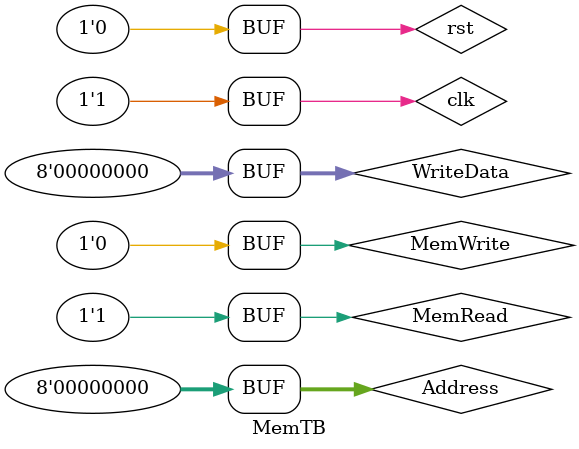
<source format=v>
`timescale 1ns / 1ps


module MemTB;

	// Inputs
	reg clk;
	reg rst;
	reg MemWrite;
	reg MemRead;
	reg [7:0] Address;
	reg [7:0] WriteData;

	// Outputs
	wire [7:0] ReadData;

	// Instantiate the Unit Under Test (UUT)
	MEM uut (
		.clk(clk), 
		.rst(rst), 
		.MemWrite(MemWrite), 
		.MemRead(MemRead), 
		.Address(Address), 
		.WriteData(WriteData), 
		.ReadData(ReadData)
	);

	initial begin
		// Initialize Inputs
		clk = 0;
		rst = 1;
		MemWrite = 0;
		MemRead = 0;
		Address = 0;
		WriteData = 0;

		// Wait 100 ns for global reset to finish
		#100;
		rst = 0;
		
		#50;
		clk = 1;
		MemRead = 1;
        
		// Add stimulus here

	end
      
endmodule


</source>
